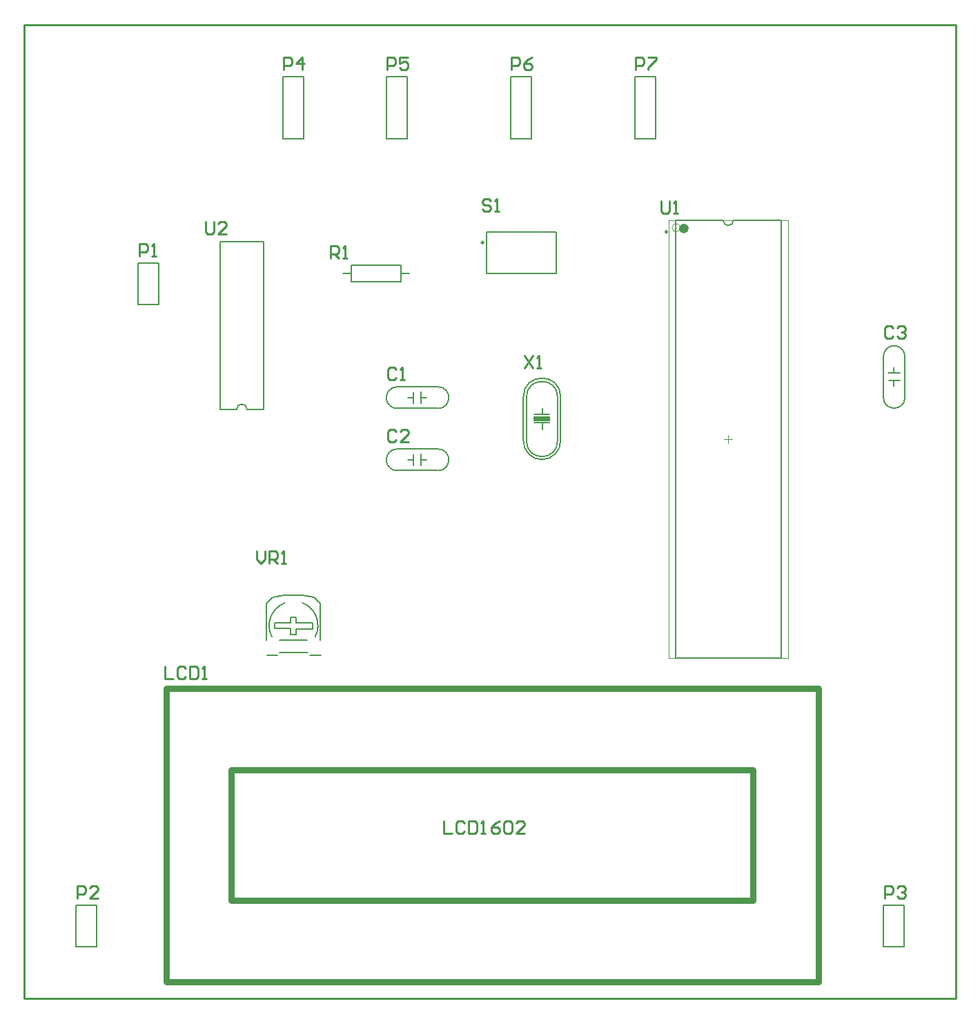
<source format=gto>
G04*
G04 #@! TF.GenerationSoftware,Altium Limited,Altium Designer,22.0.2 (36)*
G04*
G04 Layer_Color=65535*
%FSLAX25Y25*%
%MOIN*%
G70*
G04*
G04 #@! TF.SameCoordinates,814A3CDE-6894-4AC5-8A30-7A96F4401CB6*
G04*
G04*
G04 #@! TF.FilePolarity,Positive*
G04*
G01*
G75*
%ADD10C,0.00787*%
%ADD11C,0.00984*%
%ADD12C,0.02362*%
%ADD13C,0.00700*%
%ADD14C,0.01000*%
%ADD15C,0.03000*%
%ADD16C,0.00394*%
G36*
X496000Y381150D02*
X503900D01*
Y378850D01*
X496000D01*
Y381150D01*
D02*
G37*
D10*
X587500Y475709D02*
G03*
X592500Y475709I2500J0D01*
G01*
X357500Y384449D02*
G03*
X352500Y384449I-2500J0D01*
G01*
X385000Y515000D02*
Y545000D01*
X375000D02*
X385000D01*
X375000Y515000D02*
Y545000D01*
Y515000D02*
X385000D01*
X435000D02*
Y545000D01*
X425000D02*
X435000D01*
X425000Y515000D02*
Y545000D01*
Y515000D02*
X435000D01*
X495000D02*
Y545000D01*
X485000D02*
X495000D01*
X485000Y515000D02*
Y545000D01*
Y515000D02*
X495000D01*
X555000D02*
Y545000D01*
X545000D02*
X555000D01*
X545000Y515000D02*
Y545000D01*
Y515000D02*
X555000D01*
X564606Y264291D02*
Y475709D01*
X615394Y264291D02*
Y475709D01*
X564606D02*
X587500D01*
X592500D02*
X615394D01*
X564606Y264291D02*
X615394D01*
X275000Y145000D02*
X285000D01*
Y125000D02*
Y145000D01*
X275000Y125000D02*
X285000D01*
X275000D02*
Y145000D01*
X665000D02*
X675000D01*
Y125000D02*
Y145000D01*
X665000Y125000D02*
X675000D01*
X665000D02*
Y145000D01*
X344567Y384449D02*
Y465551D01*
X365433Y384449D02*
Y465551D01*
X344567D02*
X365433D01*
X344567Y384449D02*
X352500D01*
X357500D02*
X365433D01*
X404000Y450000D02*
X408000D01*
X432000D02*
X436000D01*
X408000Y454000D02*
X432000D01*
X408000Y446000D02*
Y454000D01*
Y446000D02*
X432000D01*
Y454000D01*
X305000Y455000D02*
X315000D01*
Y435000D02*
Y455000D01*
X305000Y435000D02*
X315000D01*
X305000D02*
Y455000D01*
X473150Y450000D02*
Y470000D01*
Y450000D02*
X506850D01*
Y470000D01*
X473150D02*
X506850D01*
D11*
X560492Y470118D02*
G03*
X560492Y470118I-492J0D01*
G01*
X471787Y465016D02*
G03*
X471787Y465016I-492J0D01*
G01*
D12*
X569724Y471772D02*
G03*
X569724Y471772I-1181J0D01*
G01*
D13*
X675298Y410000D02*
G03*
X664899Y409896I-5200J0D01*
G01*
X664900Y390215D02*
G03*
X675300Y390215I5200J0D01*
G01*
X430000Y395298D02*
G03*
X430104Y384899I0J-5200D01*
G01*
X449785Y384900D02*
G03*
X449785Y395300I0J5200D01*
G01*
X492500Y369100D02*
G03*
X507500Y369173I7500J50D01*
G01*
Y390473D02*
G03*
X492500Y390400I-7500J-50D01*
G01*
X490999Y369503D02*
G03*
X508989Y369498I8995J-303D01*
G01*
X509000Y390591D02*
G03*
X491000Y390503I-9000J-59D01*
G01*
X430000Y365298D02*
G03*
X430104Y354900I0J-5200D01*
G01*
X449785Y354900D02*
G03*
X449785Y365300I0J5200D01*
G01*
X375810Y291010D02*
G03*
X369565Y274534I4190J-11010D01*
G01*
X390435Y274634D02*
G03*
X384190Y291110I-10435J5466D01*
G01*
X670000Y402117D02*
Y404717D01*
Y395717D02*
Y398317D01*
X667300Y402117D02*
X672800D01*
X667400Y398317D02*
X672900D01*
X675300Y390415D02*
Y410000D01*
X664900Y390315D02*
Y409815D01*
X435283Y390000D02*
X437883D01*
X441683D02*
X444283D01*
X437883Y387300D02*
Y392800D01*
X441683Y387400D02*
Y392900D01*
X430000Y395300D02*
X449585D01*
X430185Y384900D02*
X449685D01*
X507500Y369303D02*
Y390303D01*
X492500Y369403D02*
Y390403D01*
X509000Y369498D02*
Y390591D01*
X490999Y369503D02*
Y390503D01*
X496200Y382000D02*
X503700D01*
X500100D02*
Y385000D01*
X496200Y377900D02*
X503600D01*
X500100Y374800D02*
Y377900D01*
X435283Y360000D02*
X437883D01*
X441683D02*
X444283D01*
X437883Y357300D02*
Y362800D01*
X441683Y357400D02*
Y362900D01*
X430000Y365300D02*
X449585D01*
X430185Y354900D02*
X449685D01*
X370900Y281300D02*
X378600D01*
Y283900D01*
X381300D01*
Y281400D02*
Y283900D01*
Y281400D02*
X389200D01*
Y278500D02*
Y281400D01*
X381200Y278500D02*
X389200D01*
X381200Y275600D02*
Y278500D01*
X378500Y275600D02*
X381200D01*
X378500D02*
Y278600D01*
X370800D02*
X378500D01*
X370800D02*
Y281300D01*
X373200Y272900D02*
X386700D01*
X384150Y294600D02*
X390000Y293700D01*
X393000Y290700D01*
Y273200D02*
Y290700D01*
X373100Y267000D02*
X386800D01*
X366900Y273100D02*
Y290600D01*
X370000Y293700D01*
X375400Y294600D01*
X384150D01*
X388000Y265600D02*
X393100D01*
X367100D02*
X372200D01*
D14*
X250000Y100000D02*
Y570000D01*
X700000D01*
Y100000D02*
Y570000D01*
X250000Y100000D02*
X700000D01*
X452504Y185841D02*
Y179842D01*
X456503D01*
X462501Y184841D02*
X461501Y185841D01*
X459502D01*
X458502Y184841D01*
Y180842D01*
X459502Y179842D01*
X461501D01*
X462501Y180842D01*
X464500Y185841D02*
Y179842D01*
X467499D01*
X468499Y180842D01*
Y184841D01*
X467499Y185841D01*
X464500D01*
X470498Y179842D02*
X472498D01*
X471498D01*
Y185841D01*
X470498Y184841D01*
X479495Y185841D02*
X477496Y184841D01*
X475496Y182842D01*
Y180842D01*
X476496Y179842D01*
X478496D01*
X479495Y180842D01*
Y181842D01*
X478496Y182842D01*
X475496D01*
X481495Y184841D02*
X482494Y185841D01*
X484494D01*
X485493Y184841D01*
Y180842D01*
X484494Y179842D01*
X482494D01*
X481495Y180842D01*
Y184841D01*
X491491Y179842D02*
X487493D01*
X491491Y183841D01*
Y184841D01*
X490492Y185841D01*
X488492D01*
X487493Y184841D01*
X491600Y410298D02*
X495599Y404300D01*
Y410298D02*
X491600Y404300D01*
X497598D02*
X499597D01*
X498598D01*
Y410298D01*
X497598Y409298D01*
X362300Y316198D02*
Y312199D01*
X364299Y310200D01*
X366299Y312199D01*
Y316198D01*
X368298Y310200D02*
Y316198D01*
X371297D01*
X372297Y315198D01*
Y313199D01*
X371297Y312199D01*
X368298D01*
X370297D02*
X372297Y310200D01*
X374296D02*
X376295D01*
X375296D01*
Y316198D01*
X374296Y315198D01*
X337600Y474898D02*
Y469900D01*
X338600Y468900D01*
X340599D01*
X341599Y469900D01*
Y474898D01*
X347597Y468900D02*
X343598D01*
X347597Y472899D01*
Y473898D01*
X346597Y474898D01*
X344598D01*
X343598Y473898D01*
X557600Y485098D02*
Y480100D01*
X558600Y479100D01*
X560599D01*
X561599Y480100D01*
Y485098D01*
X563598Y479100D02*
X565597D01*
X564598D01*
Y485098D01*
X563598Y484098D01*
X475299Y485098D02*
X474299Y486098D01*
X472300D01*
X471300Y485098D01*
Y484099D01*
X472300Y483099D01*
X474299D01*
X475299Y482099D01*
Y481100D01*
X474299Y480100D01*
X472300D01*
X471300Y481100D01*
X477298Y480100D02*
X479297D01*
X478298D01*
Y486098D01*
X477298Y485098D01*
X397800Y457400D02*
Y463398D01*
X400799D01*
X401799Y462398D01*
Y460399D01*
X400799Y459399D01*
X397800D01*
X399799D02*
X401799Y457400D01*
X403798D02*
X405797D01*
X404798D01*
Y463398D01*
X403798Y462398D01*
X545300Y548400D02*
Y554398D01*
X548299D01*
X549299Y553398D01*
Y551399D01*
X548299Y550399D01*
X545300D01*
X551298Y554398D02*
X555297D01*
Y553398D01*
X551298Y549400D01*
Y548400D01*
X485300D02*
Y554398D01*
X488299D01*
X489299Y553398D01*
Y551399D01*
X488299Y550399D01*
X485300D01*
X495297Y554398D02*
X493297Y553398D01*
X491298Y551399D01*
Y549400D01*
X492298Y548400D01*
X494297D01*
X495297Y549400D01*
Y550399D01*
X494297Y551399D01*
X491298D01*
X425300Y548400D02*
Y554398D01*
X428299D01*
X429299Y553398D01*
Y551399D01*
X428299Y550399D01*
X425300D01*
X435297Y554398D02*
X431298D01*
Y551399D01*
X433297Y552399D01*
X434297D01*
X435297Y551399D01*
Y549400D01*
X434297Y548400D01*
X432298D01*
X431298Y549400D01*
X375300Y548400D02*
Y554398D01*
X378299D01*
X379299Y553398D01*
Y551399D01*
X378299Y550399D01*
X375300D01*
X384297Y548400D02*
Y554398D01*
X381298Y551399D01*
X385297D01*
X665600Y148400D02*
Y154398D01*
X668599D01*
X669599Y153398D01*
Y151399D01*
X668599Y150399D01*
X665600D01*
X671598Y153398D02*
X672598Y154398D01*
X674597D01*
X675597Y153398D01*
Y152399D01*
X674597Y151399D01*
X673597D01*
X674597D01*
X675597Y150399D01*
Y149400D01*
X674597Y148400D01*
X672598D01*
X671598Y149400D01*
X275600Y148400D02*
Y154398D01*
X278599D01*
X279599Y153398D01*
Y151399D01*
X278599Y150399D01*
X275600D01*
X285597Y148400D02*
X281598D01*
X285597Y152399D01*
Y153398D01*
X284597Y154398D01*
X282598D01*
X281598Y153398D01*
X305600Y458400D02*
Y464398D01*
X308599D01*
X309599Y463398D01*
Y461399D01*
X308599Y460399D01*
X305600D01*
X311598Y458400D02*
X313597D01*
X312598D01*
Y464398D01*
X311598Y463398D01*
X318000Y260298D02*
Y254300D01*
X321999D01*
X327997Y259298D02*
X326997Y260298D01*
X324998D01*
X323998Y259298D01*
Y255300D01*
X324998Y254300D01*
X326997D01*
X327997Y255300D01*
X329996Y260298D02*
Y254300D01*
X332995D01*
X333995Y255300D01*
Y259298D01*
X332995Y260298D01*
X329996D01*
X335994Y254300D02*
X337994D01*
X336994D01*
Y260298D01*
X335994Y259298D01*
X669499Y423598D02*
X668499Y424598D01*
X666500D01*
X665500Y423598D01*
Y419600D01*
X666500Y418600D01*
X668499D01*
X669499Y419600D01*
X671498Y423598D02*
X672498Y424598D01*
X674497D01*
X675497Y423598D01*
Y422599D01*
X674497Y421599D01*
X673497D01*
X674497D01*
X675497Y420599D01*
Y419600D01*
X674497Y418600D01*
X672498D01*
X671498Y419600D01*
X429399Y373598D02*
X428399Y374598D01*
X426400D01*
X425400Y373598D01*
Y369600D01*
X426400Y368600D01*
X428399D01*
X429399Y369600D01*
X435397Y368600D02*
X431398D01*
X435397Y372599D01*
Y373598D01*
X434397Y374598D01*
X432398D01*
X431398Y373598D01*
X429399Y403598D02*
X428399Y404598D01*
X426400D01*
X425400Y403598D01*
Y399600D01*
X426400Y398600D01*
X428399D01*
X429399Y399600D01*
X431398Y398600D02*
X433397D01*
X432398D01*
Y404598D01*
X431398Y403598D01*
D15*
X601969Y147480D02*
Y210472D01*
X350000Y147480D02*
X601969D01*
X350000Y210472D02*
X601969D01*
X350000Y147480D02*
Y210472D01*
X633465Y108110D02*
Y249843D01*
X318504Y108110D02*
X633465D01*
X318504D02*
Y249843D01*
X633465D01*
D16*
X566772Y472165D02*
G03*
X566772Y472165I-1969J0D01*
G01*
X561260Y264291D02*
Y475709D01*
X618740Y264291D02*
Y475709D01*
X561260D02*
X618740D01*
X561260Y264291D02*
X618740D01*
X588032Y370000D02*
X591969D01*
X590000Y368032D02*
Y371969D01*
M02*

</source>
